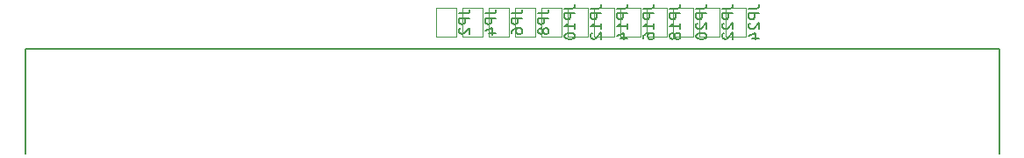
<source format=gbo>
G04 #@! TF.GenerationSoftware,KiCad,Pcbnew,(5.0.1)-3*
G04 #@! TF.CreationDate,2018-12-11T20:57:09+00:00*
G04 #@! TF.ProjectId,Register (8 Bit),52656769737465722028382042697429,rev?*
G04 #@! TF.SameCoordinates,Original*
G04 #@! TF.FileFunction,Legend,Bot*
G04 #@! TF.FilePolarity,Positive*
%FSLAX46Y46*%
G04 Gerber Fmt 4.6, Leading zero omitted, Abs format (unit mm)*
G04 Created by KiCad (PCBNEW (5.0.1)-3) date 11/12/2018 20:57:09*
%MOMM*%
%LPD*%
G01*
G04 APERTURE LIST*
%ADD10C,0.150000*%
%ADD11C,0.120000*%
G04 APERTURE END LIST*
D10*
G04 #@! TO.C,J1*
X53340000Y-175260000D02*
X53340000Y-185420000D01*
X147320000Y-185420000D02*
X147320000Y-175260000D01*
X147320000Y-175260000D02*
X53340000Y-175260000D01*
D11*
G04 #@! TO.C,JP2*
X94980000Y-174073907D02*
X94980000Y-171273907D01*
X94980000Y-171273907D02*
X92980000Y-171273907D01*
X92980000Y-171273907D02*
X92980000Y-174073907D01*
X92980000Y-174073907D02*
X94980000Y-174073907D01*
G04 #@! TO.C,JP4*
X97520000Y-174073907D02*
X97520000Y-171273907D01*
X97520000Y-171273907D02*
X95520000Y-171273907D01*
X95520000Y-171273907D02*
X95520000Y-174073907D01*
X95520000Y-174073907D02*
X97520000Y-174073907D01*
G04 #@! TO.C,JP6*
X100060000Y-174073907D02*
X100060000Y-171273907D01*
X100060000Y-171273907D02*
X98060000Y-171273907D01*
X98060000Y-171273907D02*
X98060000Y-174073907D01*
X98060000Y-174073907D02*
X100060000Y-174073907D01*
G04 #@! TO.C,JP8*
X102600000Y-174073907D02*
X102600000Y-171273907D01*
X102600000Y-171273907D02*
X100600000Y-171273907D01*
X100600000Y-171273907D02*
X100600000Y-174073907D01*
X100600000Y-174073907D02*
X102600000Y-174073907D01*
G04 #@! TO.C,JP10*
X105140000Y-174073907D02*
X105140000Y-171273907D01*
X105140000Y-171273907D02*
X103140000Y-171273907D01*
X103140000Y-171273907D02*
X103140000Y-174073907D01*
X103140000Y-174073907D02*
X105140000Y-174073907D01*
G04 #@! TO.C,JP12*
X107680000Y-174073907D02*
X107680000Y-171273907D01*
X107680000Y-171273907D02*
X105680000Y-171273907D01*
X105680000Y-171273907D02*
X105680000Y-174073907D01*
X105680000Y-174073907D02*
X107680000Y-174073907D01*
G04 #@! TO.C,JP14*
X110220000Y-174073907D02*
X110220000Y-171273907D01*
X110220000Y-171273907D02*
X108220000Y-171273907D01*
X108220000Y-171273907D02*
X108220000Y-174073907D01*
X108220000Y-174073907D02*
X110220000Y-174073907D01*
G04 #@! TO.C,JP16*
X112760000Y-174073907D02*
X112760000Y-171273907D01*
X112760000Y-171273907D02*
X110760000Y-171273907D01*
X110760000Y-171273907D02*
X110760000Y-174073907D01*
X110760000Y-174073907D02*
X112760000Y-174073907D01*
G04 #@! TO.C,JP18*
X115300000Y-174073907D02*
X115300000Y-171273907D01*
X115300000Y-171273907D02*
X113300000Y-171273907D01*
X113300000Y-171273907D02*
X113300000Y-174073907D01*
X113300000Y-174073907D02*
X115300000Y-174073907D01*
G04 #@! TO.C,JP20*
X117840000Y-174073907D02*
X117840000Y-171273907D01*
X117840000Y-171273907D02*
X115840000Y-171273907D01*
X115840000Y-171273907D02*
X115840000Y-174073907D01*
X115840000Y-174073907D02*
X117840000Y-174073907D01*
G04 #@! TO.C,JP22*
X120380000Y-174073907D02*
X120380000Y-171273907D01*
X120380000Y-171273907D02*
X118380000Y-171273907D01*
X118380000Y-171273907D02*
X118380000Y-174073907D01*
X118380000Y-174073907D02*
X120380000Y-174073907D01*
G04 #@! TO.C,JP24*
X122920000Y-174073907D02*
X122920000Y-171273907D01*
X122920000Y-171273907D02*
X120920000Y-171273907D01*
X120920000Y-171273907D02*
X120920000Y-174073907D01*
X120920000Y-174073907D02*
X122920000Y-174073907D01*
G04 #@! TO.C,JP2*
D10*
X95232380Y-171840573D02*
X95946666Y-171840573D01*
X96089523Y-171792954D01*
X96184761Y-171697716D01*
X96232380Y-171554859D01*
X96232380Y-171459621D01*
X96232380Y-172316764D02*
X95232380Y-172316764D01*
X95232380Y-172697716D01*
X95280000Y-172792954D01*
X95327619Y-172840573D01*
X95422857Y-172888192D01*
X95565714Y-172888192D01*
X95660952Y-172840573D01*
X95708571Y-172792954D01*
X95756190Y-172697716D01*
X95756190Y-172316764D01*
X95327619Y-173269145D02*
X95280000Y-173316764D01*
X95232380Y-173412002D01*
X95232380Y-173650097D01*
X95280000Y-173745335D01*
X95327619Y-173792954D01*
X95422857Y-173840573D01*
X95518095Y-173840573D01*
X95660952Y-173792954D01*
X96232380Y-173221526D01*
X96232380Y-173840573D01*
G04 #@! TO.C,JP4*
X97772380Y-171840573D02*
X98486666Y-171840573D01*
X98629523Y-171792954D01*
X98724761Y-171697716D01*
X98772380Y-171554859D01*
X98772380Y-171459621D01*
X98772380Y-172316764D02*
X97772380Y-172316764D01*
X97772380Y-172697716D01*
X97820000Y-172792954D01*
X97867619Y-172840573D01*
X97962857Y-172888192D01*
X98105714Y-172888192D01*
X98200952Y-172840573D01*
X98248571Y-172792954D01*
X98296190Y-172697716D01*
X98296190Y-172316764D01*
X98105714Y-173745335D02*
X98772380Y-173745335D01*
X97724761Y-173507240D02*
X98439047Y-173269145D01*
X98439047Y-173888192D01*
G04 #@! TO.C,JP6*
X100312380Y-171840573D02*
X101026666Y-171840573D01*
X101169523Y-171792954D01*
X101264761Y-171697716D01*
X101312380Y-171554859D01*
X101312380Y-171459621D01*
X101312380Y-172316764D02*
X100312380Y-172316764D01*
X100312380Y-172697716D01*
X100360000Y-172792954D01*
X100407619Y-172840573D01*
X100502857Y-172888192D01*
X100645714Y-172888192D01*
X100740952Y-172840573D01*
X100788571Y-172792954D01*
X100836190Y-172697716D01*
X100836190Y-172316764D01*
X100312380Y-173745335D02*
X100312380Y-173554859D01*
X100360000Y-173459621D01*
X100407619Y-173412002D01*
X100550476Y-173316764D01*
X100740952Y-173269145D01*
X101121904Y-173269145D01*
X101217142Y-173316764D01*
X101264761Y-173364383D01*
X101312380Y-173459621D01*
X101312380Y-173650097D01*
X101264761Y-173745335D01*
X101217142Y-173792954D01*
X101121904Y-173840573D01*
X100883809Y-173840573D01*
X100788571Y-173792954D01*
X100740952Y-173745335D01*
X100693333Y-173650097D01*
X100693333Y-173459621D01*
X100740952Y-173364383D01*
X100788571Y-173316764D01*
X100883809Y-173269145D01*
G04 #@! TO.C,JP8*
X102852380Y-171840573D02*
X103566666Y-171840573D01*
X103709523Y-171792954D01*
X103804761Y-171697716D01*
X103852380Y-171554859D01*
X103852380Y-171459621D01*
X103852380Y-172316764D02*
X102852380Y-172316764D01*
X102852380Y-172697716D01*
X102900000Y-172792954D01*
X102947619Y-172840573D01*
X103042857Y-172888192D01*
X103185714Y-172888192D01*
X103280952Y-172840573D01*
X103328571Y-172792954D01*
X103376190Y-172697716D01*
X103376190Y-172316764D01*
X103280952Y-173459621D02*
X103233333Y-173364383D01*
X103185714Y-173316764D01*
X103090476Y-173269145D01*
X103042857Y-173269145D01*
X102947619Y-173316764D01*
X102900000Y-173364383D01*
X102852380Y-173459621D01*
X102852380Y-173650097D01*
X102900000Y-173745335D01*
X102947619Y-173792954D01*
X103042857Y-173840573D01*
X103090476Y-173840573D01*
X103185714Y-173792954D01*
X103233333Y-173745335D01*
X103280952Y-173650097D01*
X103280952Y-173459621D01*
X103328571Y-173364383D01*
X103376190Y-173316764D01*
X103471428Y-173269145D01*
X103661904Y-173269145D01*
X103757142Y-173316764D01*
X103804761Y-173364383D01*
X103852380Y-173459621D01*
X103852380Y-173650097D01*
X103804761Y-173745335D01*
X103757142Y-173792954D01*
X103661904Y-173840573D01*
X103471428Y-173840573D01*
X103376190Y-173792954D01*
X103328571Y-173745335D01*
X103280952Y-173650097D01*
G04 #@! TO.C,JP10*
X105392380Y-171364383D02*
X106106666Y-171364383D01*
X106249523Y-171316764D01*
X106344761Y-171221526D01*
X106392380Y-171078668D01*
X106392380Y-170983430D01*
X106392380Y-171840573D02*
X105392380Y-171840573D01*
X105392380Y-172221526D01*
X105440000Y-172316764D01*
X105487619Y-172364383D01*
X105582857Y-172412002D01*
X105725714Y-172412002D01*
X105820952Y-172364383D01*
X105868571Y-172316764D01*
X105916190Y-172221526D01*
X105916190Y-171840573D01*
X106392380Y-173364383D02*
X106392380Y-172792954D01*
X106392380Y-173078668D02*
X105392380Y-173078668D01*
X105535238Y-172983430D01*
X105630476Y-172888192D01*
X105678095Y-172792954D01*
X105392380Y-173983430D02*
X105392380Y-174078668D01*
X105440000Y-174173907D01*
X105487619Y-174221526D01*
X105582857Y-174269145D01*
X105773333Y-174316764D01*
X106011428Y-174316764D01*
X106201904Y-174269145D01*
X106297142Y-174221526D01*
X106344761Y-174173907D01*
X106392380Y-174078668D01*
X106392380Y-173983430D01*
X106344761Y-173888192D01*
X106297142Y-173840573D01*
X106201904Y-173792954D01*
X106011428Y-173745335D01*
X105773333Y-173745335D01*
X105582857Y-173792954D01*
X105487619Y-173840573D01*
X105440000Y-173888192D01*
X105392380Y-173983430D01*
G04 #@! TO.C,JP12*
X107932380Y-171364383D02*
X108646666Y-171364383D01*
X108789523Y-171316764D01*
X108884761Y-171221526D01*
X108932380Y-171078668D01*
X108932380Y-170983430D01*
X108932380Y-171840573D02*
X107932380Y-171840573D01*
X107932380Y-172221526D01*
X107980000Y-172316764D01*
X108027619Y-172364383D01*
X108122857Y-172412002D01*
X108265714Y-172412002D01*
X108360952Y-172364383D01*
X108408571Y-172316764D01*
X108456190Y-172221526D01*
X108456190Y-171840573D01*
X108932380Y-173364383D02*
X108932380Y-172792954D01*
X108932380Y-173078668D02*
X107932380Y-173078668D01*
X108075238Y-172983430D01*
X108170476Y-172888192D01*
X108218095Y-172792954D01*
X108027619Y-173745335D02*
X107980000Y-173792954D01*
X107932380Y-173888192D01*
X107932380Y-174126287D01*
X107980000Y-174221526D01*
X108027619Y-174269145D01*
X108122857Y-174316764D01*
X108218095Y-174316764D01*
X108360952Y-174269145D01*
X108932380Y-173697716D01*
X108932380Y-174316764D01*
G04 #@! TO.C,JP14*
X110472380Y-171364383D02*
X111186666Y-171364383D01*
X111329523Y-171316764D01*
X111424761Y-171221526D01*
X111472380Y-171078668D01*
X111472380Y-170983430D01*
X111472380Y-171840573D02*
X110472380Y-171840573D01*
X110472380Y-172221526D01*
X110520000Y-172316764D01*
X110567619Y-172364383D01*
X110662857Y-172412002D01*
X110805714Y-172412002D01*
X110900952Y-172364383D01*
X110948571Y-172316764D01*
X110996190Y-172221526D01*
X110996190Y-171840573D01*
X111472380Y-173364383D02*
X111472380Y-172792954D01*
X111472380Y-173078668D02*
X110472380Y-173078668D01*
X110615238Y-172983430D01*
X110710476Y-172888192D01*
X110758095Y-172792954D01*
X110805714Y-174221526D02*
X111472380Y-174221526D01*
X110424761Y-173983430D02*
X111139047Y-173745335D01*
X111139047Y-174364383D01*
G04 #@! TO.C,JP16*
X113012380Y-171364383D02*
X113726666Y-171364383D01*
X113869523Y-171316764D01*
X113964761Y-171221526D01*
X114012380Y-171078668D01*
X114012380Y-170983430D01*
X114012380Y-171840573D02*
X113012380Y-171840573D01*
X113012380Y-172221526D01*
X113060000Y-172316764D01*
X113107619Y-172364383D01*
X113202857Y-172412002D01*
X113345714Y-172412002D01*
X113440952Y-172364383D01*
X113488571Y-172316764D01*
X113536190Y-172221526D01*
X113536190Y-171840573D01*
X114012380Y-173364383D02*
X114012380Y-172792954D01*
X114012380Y-173078668D02*
X113012380Y-173078668D01*
X113155238Y-172983430D01*
X113250476Y-172888192D01*
X113298095Y-172792954D01*
X113012380Y-174221526D02*
X113012380Y-174031049D01*
X113060000Y-173935811D01*
X113107619Y-173888192D01*
X113250476Y-173792954D01*
X113440952Y-173745335D01*
X113821904Y-173745335D01*
X113917142Y-173792954D01*
X113964761Y-173840573D01*
X114012380Y-173935811D01*
X114012380Y-174126287D01*
X113964761Y-174221526D01*
X113917142Y-174269145D01*
X113821904Y-174316764D01*
X113583809Y-174316764D01*
X113488571Y-174269145D01*
X113440952Y-174221526D01*
X113393333Y-174126287D01*
X113393333Y-173935811D01*
X113440952Y-173840573D01*
X113488571Y-173792954D01*
X113583809Y-173745335D01*
G04 #@! TO.C,JP18*
X115552380Y-171364383D02*
X116266666Y-171364383D01*
X116409523Y-171316764D01*
X116504761Y-171221526D01*
X116552380Y-171078668D01*
X116552380Y-170983430D01*
X116552380Y-171840573D02*
X115552380Y-171840573D01*
X115552380Y-172221526D01*
X115600000Y-172316764D01*
X115647619Y-172364383D01*
X115742857Y-172412002D01*
X115885714Y-172412002D01*
X115980952Y-172364383D01*
X116028571Y-172316764D01*
X116076190Y-172221526D01*
X116076190Y-171840573D01*
X116552380Y-173364383D02*
X116552380Y-172792954D01*
X116552380Y-173078668D02*
X115552380Y-173078668D01*
X115695238Y-172983430D01*
X115790476Y-172888192D01*
X115838095Y-172792954D01*
X115980952Y-173935811D02*
X115933333Y-173840573D01*
X115885714Y-173792954D01*
X115790476Y-173745335D01*
X115742857Y-173745335D01*
X115647619Y-173792954D01*
X115600000Y-173840573D01*
X115552380Y-173935811D01*
X115552380Y-174126287D01*
X115600000Y-174221526D01*
X115647619Y-174269145D01*
X115742857Y-174316764D01*
X115790476Y-174316764D01*
X115885714Y-174269145D01*
X115933333Y-174221526D01*
X115980952Y-174126287D01*
X115980952Y-173935811D01*
X116028571Y-173840573D01*
X116076190Y-173792954D01*
X116171428Y-173745335D01*
X116361904Y-173745335D01*
X116457142Y-173792954D01*
X116504761Y-173840573D01*
X116552380Y-173935811D01*
X116552380Y-174126287D01*
X116504761Y-174221526D01*
X116457142Y-174269145D01*
X116361904Y-174316764D01*
X116171428Y-174316764D01*
X116076190Y-174269145D01*
X116028571Y-174221526D01*
X115980952Y-174126287D01*
G04 #@! TO.C,JP20*
X118092380Y-171364383D02*
X118806666Y-171364383D01*
X118949523Y-171316764D01*
X119044761Y-171221526D01*
X119092380Y-171078668D01*
X119092380Y-170983430D01*
X119092380Y-171840573D02*
X118092380Y-171840573D01*
X118092380Y-172221526D01*
X118140000Y-172316764D01*
X118187619Y-172364383D01*
X118282857Y-172412002D01*
X118425714Y-172412002D01*
X118520952Y-172364383D01*
X118568571Y-172316764D01*
X118616190Y-172221526D01*
X118616190Y-171840573D01*
X118187619Y-172792954D02*
X118140000Y-172840573D01*
X118092380Y-172935811D01*
X118092380Y-173173907D01*
X118140000Y-173269145D01*
X118187619Y-173316764D01*
X118282857Y-173364383D01*
X118378095Y-173364383D01*
X118520952Y-173316764D01*
X119092380Y-172745335D01*
X119092380Y-173364383D01*
X118092380Y-173983430D02*
X118092380Y-174078668D01*
X118140000Y-174173907D01*
X118187619Y-174221526D01*
X118282857Y-174269145D01*
X118473333Y-174316764D01*
X118711428Y-174316764D01*
X118901904Y-174269145D01*
X118997142Y-174221526D01*
X119044761Y-174173907D01*
X119092380Y-174078668D01*
X119092380Y-173983430D01*
X119044761Y-173888192D01*
X118997142Y-173840573D01*
X118901904Y-173792954D01*
X118711428Y-173745335D01*
X118473333Y-173745335D01*
X118282857Y-173792954D01*
X118187619Y-173840573D01*
X118140000Y-173888192D01*
X118092380Y-173983430D01*
G04 #@! TO.C,JP22*
X120632380Y-171364383D02*
X121346666Y-171364383D01*
X121489523Y-171316764D01*
X121584761Y-171221526D01*
X121632380Y-171078668D01*
X121632380Y-170983430D01*
X121632380Y-171840573D02*
X120632380Y-171840573D01*
X120632380Y-172221526D01*
X120680000Y-172316764D01*
X120727619Y-172364383D01*
X120822857Y-172412002D01*
X120965714Y-172412002D01*
X121060952Y-172364383D01*
X121108571Y-172316764D01*
X121156190Y-172221526D01*
X121156190Y-171840573D01*
X120727619Y-172792954D02*
X120680000Y-172840573D01*
X120632380Y-172935811D01*
X120632380Y-173173907D01*
X120680000Y-173269145D01*
X120727619Y-173316764D01*
X120822857Y-173364383D01*
X120918095Y-173364383D01*
X121060952Y-173316764D01*
X121632380Y-172745335D01*
X121632380Y-173364383D01*
X120727619Y-173745335D02*
X120680000Y-173792954D01*
X120632380Y-173888192D01*
X120632380Y-174126287D01*
X120680000Y-174221526D01*
X120727619Y-174269145D01*
X120822857Y-174316764D01*
X120918095Y-174316764D01*
X121060952Y-174269145D01*
X121632380Y-173697716D01*
X121632380Y-174316764D01*
G04 #@! TO.C,JP24*
X123172380Y-171364383D02*
X123886666Y-171364383D01*
X124029523Y-171316764D01*
X124124761Y-171221526D01*
X124172380Y-171078668D01*
X124172380Y-170983430D01*
X124172380Y-171840573D02*
X123172380Y-171840573D01*
X123172380Y-172221526D01*
X123220000Y-172316764D01*
X123267619Y-172364383D01*
X123362857Y-172412002D01*
X123505714Y-172412002D01*
X123600952Y-172364383D01*
X123648571Y-172316764D01*
X123696190Y-172221526D01*
X123696190Y-171840573D01*
X123267619Y-172792954D02*
X123220000Y-172840573D01*
X123172380Y-172935811D01*
X123172380Y-173173907D01*
X123220000Y-173269145D01*
X123267619Y-173316764D01*
X123362857Y-173364383D01*
X123458095Y-173364383D01*
X123600952Y-173316764D01*
X124172380Y-172745335D01*
X124172380Y-173364383D01*
X123505714Y-174221526D02*
X124172380Y-174221526D01*
X123124761Y-173983430D02*
X123839047Y-173745335D01*
X123839047Y-174364383D01*
G04 #@! TD*
M02*

</source>
